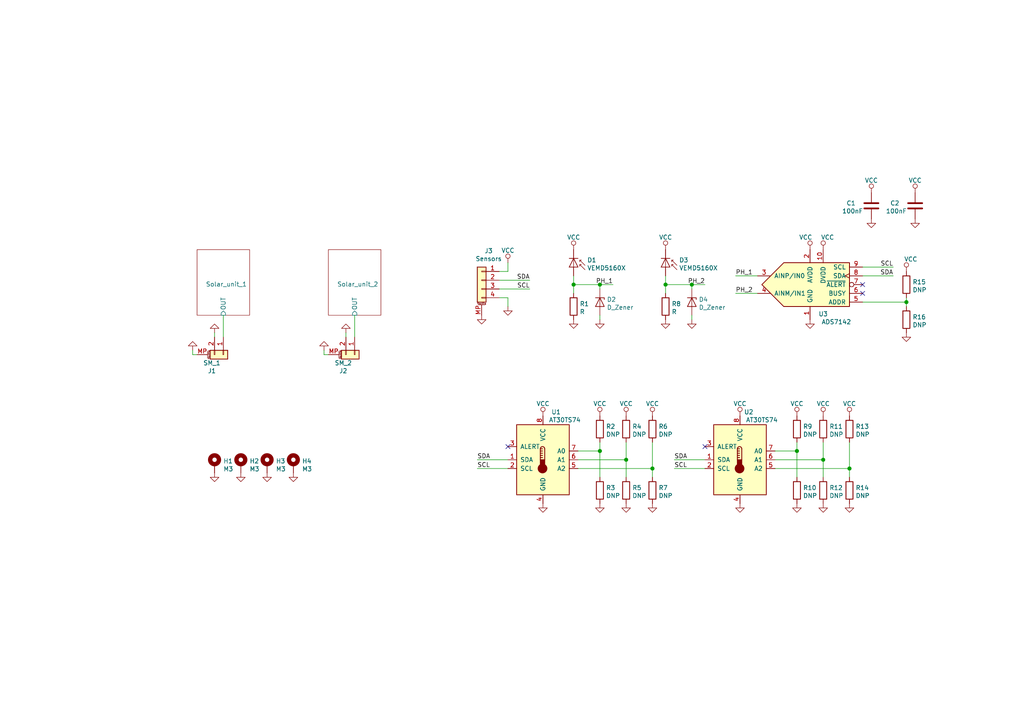
<source format=kicad_sch>
(kicad_sch (version 20211123) (generator eeschema)
  (paper "A4")
  (title_block (title "BUCube - Solar module XY") (date "2022-01-20") (rev "v1.0") (company "VUT") (comment 1 "Author: Petr Malaník"))
  (lib_symbols
    (symbol "Connector_Generic_MountingPin:Conn_01x02_MountingPin" (pin_names (offset 1.016) hide)
      (property "Reference" "J" (at 0 2.54 0))
      (property "Value" "Conn_01x02_MountingPin" (at 1.27 -5.08 0))
      (symbol "Conn_01x02_MountingPin_1_1"
        (rectangle (start -1.27 -2.413) (end 0 -2.667) (stroke (width 0.1524)))
        (rectangle (start -1.27 0.127) (end 0 -0.127) (stroke (width 0.1524)))
        (rectangle (start -1.27 1.27) (end 1.27 -3.81) (stroke (width 0.254)) (fill (type background)))
        (polyline (pts (xy -1.016 -4.572) (xy 1.016 -4.572)) (stroke (width 0.1524)))
        (text "Mounting" (at 0 -4.191 0) (effects (font (size 0.381 0.381))))
        (pin passive line (at -5.08 0 0) (length 3.81) (name "Pin_1") (number "1"))
        (pin passive line (at -5.08 -2.54 0) (length 3.81) (name "Pin_2") (number "2"))
        (pin passive line (at 0 -7.62 90) (length 3.048) (name "MountPin") (number "MP"))
      )
    )
    (symbol "Connector_Generic_MountingPin:Conn_01x04_MountingPin" (pin_names (offset 1.016) hide)
      (property "Reference" "J" (at 0 5.08 0))
      (property "Value" "Conn_01x04_MountingPin" (at 1.27 -7.62 0))
      (symbol "Conn_01x04_MountingPin_1_1"
        (rectangle (start -1.27 -4.953) (end 0 -5.207) (stroke (width 0.1524)))
        (rectangle (start -1.27 -2.413) (end 0 -2.667) (stroke (width 0.1524)))
        (rectangle (start -1.27 0.127) (end 0 -0.127) (stroke (width 0.1524)))
        (rectangle (start -1.27 2.667) (end 0 2.413) (stroke (width 0.1524)))
        (rectangle (start -1.27 3.81) (end 1.27 -6.35) (stroke (width 0.254)) (fill (type background)))
        (polyline (pts (xy -1.016 -7.112) (xy 1.016 -7.112)) (stroke (width 0.1524)))
        (text "Mounting" (at 0 -6.731 0) (effects (font (size 0.381 0.381))))
        (pin passive line (at -5.08 2.54 0) (length 3.81) (name "Pin_1") (number "1"))
        (pin passive line (at -5.08 0 0) (length 3.81) (name "Pin_2") (number "2"))
        (pin passive line (at -5.08 -2.54 0) (length 3.81) (name "Pin_3") (number "3"))
        (pin passive line (at -5.08 -5.08 0) (length 3.81) (name "Pin_4") (number "4"))
        (pin passive line (at 0 -10.16 90) (length 3.048) (name "MountPin") (number "MP"))
      )
    )
    (symbol "Device:C" (pin_numbers hide) (pin_names (offset 0.254))
      (property "Reference" "C" (at 0.635 2.54 0))
      (property "Value" "C" (at 0.635 -2.54 0))
      (symbol "C_0_1"
        (polyline (pts (xy -2.032 -0.762) (xy 2.032 -0.762)) (stroke (width 0.508)))
        (polyline (pts (xy -2.032 0.762) (xy 2.032 0.762)) (stroke (width 0.508)))
      )
      (symbol "C_1_1"
        (pin passive line (at 0 3.81 270) (length 2.794) (name "~") (number "1"))
        (pin passive line (at 0 -3.81 90) (length 2.794) (name "~") (number "2"))
      )
    )
    (symbol "Device:D_Photo" (pin_numbers hide) (pin_names hide)
      (property "Reference" "D" (at 0.508 1.778 0))
      (property "Value" "D_Photo" (at -1.016 -2.794 0))
      (symbol "D_Photo_0_1"
        (polyline (pts (xy -2.54 1.27) (xy -2.54 -1.27)) (stroke (width 0.2032)))
        (polyline (pts (xy -2.032 1.778) (xy -1.524 1.778)))
        (polyline (pts (xy 0 0) (xy -2.54 0)))
        (polyline (pts (xy -0.508 3.302) (xy -2.032 1.778) (xy -2.032 2.286)))
        (polyline (pts (xy 0 -1.27) (xy 0 1.27) (xy -2.54 0) (xy 0 -1.27)) (stroke (width 0.2032)))
        (polyline (pts (xy 0.762 3.302) (xy -0.762 1.778) (xy -0.762 2.286) (xy -0.762 1.778) (xy -0.254 1.778)))
      )
      (symbol "D_Photo_1_1"
        (pin passive line (at -5.08 0 0) (length 2.54) (name "K") (number "1"))
        (pin passive line (at 2.54 0 180) (length 2.54) (name "A") (number "2"))
      )
    )
    (symbol "Device:D_Zener" (pin_numbers hide) (pin_names (offset 1.016) hide)
      (property "Reference" "D" (at 0 2.54 0))
      (property "Value" "D_Zener" (at 0 -2.54 0))
      (symbol "D_Zener_0_1"
        (polyline (pts (xy 1.27 0) (xy -1.27 0)))
        (polyline (pts (xy -1.27 -1.27) (xy -1.27 1.27) (xy -0.762 1.27)) (stroke (width 0.2032)))
        (polyline (pts (xy 1.27 -1.27) (xy 1.27 1.27) (xy -1.27 0) (xy 1.27 -1.27)) (stroke (width 0.2032)))
      )
      (symbol "D_Zener_1_1"
        (pin passive line (at -3.81 0 0) (length 2.54) (name "K") (number "1"))
        (pin passive line (at 3.81 0 180) (length 2.54) (name "A") (number "2"))
      )
    )
    (symbol "Device:R" (pin_numbers hide) (pin_names (offset 0))
      (property "Reference" "R" (at 2.032 0 90))
      (property "Value" "R" (at 0 0 90))
      (symbol "R_0_1"
        (rectangle (start -1.016 -2.54) (end 1.016 2.54) (stroke (width 0.254)))
      )
      (symbol "R_1_1"
        (pin passive line (at 0 3.81 270) (length 1.27) (name "~") (number "1"))
        (pin passive line (at 0 -3.81 90) (length 1.27) (name "~") (number "2"))
      )
    )
    (symbol "Mechanical:MountingHole_Pad" (pin_numbers hide) (pin_names (offset 1.016) hide)
      (property "Reference" "H" (at 0 6.35 0))
      (property "Value" "MountingHole_Pad" (at 0 4.445 0))
      (symbol "MountingHole_Pad_0_1"
        (circle (center 0 1.27) (radius 1.27) (stroke (width 1.27)))
      )
      (symbol "MountingHole_Pad_1_1"
        (pin input line (at 0 -2.54 90) (length 2.54) (name "1") (number "1"))
      )
    )
    (symbol "TCY_IC:ADS7142" (pin_names (offset 1.016))
      (property "Reference" "U" (at -7.62 -7.62 0))
      (property "Value" "ADS7142" (at 3.81 -7.62 0))
      (symbol "ADS7142_0_1"
        (polyline (pts (xy -13.97 0) (xy -7.62 6.35) (xy 11.43 6.35) (xy 11.43 -6.35) (xy -7.62 -6.35) (xy -13.97 0)) (stroke (width 0.254)) (fill (type background)))
      )
      (symbol "ADS7142_1_1"
        (pin power_in line (at 0 -10.16 90) (length 3.81) (name "GND") (number "1"))
        (pin power_in line (at 3.81 10.16 270) (length 3.81) (name "DVDD") (number "10"))
        (pin power_in line (at 0 -10.16 90) (length 3.81) hide (name "GND") (number "11"))
        (pin power_in line (at 0 10.16 270) (length 3.81) (name "AVDD") (number "2"))
        (pin input line (at -15.24 2.54 0) (length 3.81) (name "AINP/IN0") (number "3"))
        (pin input line (at -15.24 -2.54 0) (length 3.81) (name "AINM/IN1") (number "4"))
        (pin input line (at 15.24 -5.08 180) (length 3.81) (name "ADDR") (number "5"))
        (pin output line (at 15.24 -2.54 180) (length 3.81) (name "BUSY") (number "6"))
        (pin output inverted (at 15.24 0 180) (length 3.81) (name "~{ALERT}") (number "7"))
        (pin input clock (at 15.24 2.54 180) (length 3.81) (name "SDA") (number "8"))
        (pin output line (at 15.24 5.08 180) (length 3.81) (name "SCL") (number "9"))
      )
    )
    (symbol "TCY_sensors:AT30TS74" (pin_names (offset 1.016))
      (property "Reference" "U" (at -6.35 11.43 0))
      (property "Value" "AT30TS74" (at 0 11.43 0))
      (symbol "AT30TS74_0_1"
        (rectangle (start -7.62 10.16) (end 7.62 -10.16) (stroke (width 0.254)) (fill (type background)))
        (circle (center -0.127 -2.54) (radius 1.27) (stroke (width 0.254)) (fill (type outline)))
        (polyline (pts (xy -0.762 0.635) (xy -0.127 0.635)) (stroke (width 0.254)))
        (polyline (pts (xy -0.762 1.27) (xy -0.127 1.27)) (stroke (width 0.254)))
        (polyline (pts (xy -0.762 1.905) (xy -0.127 1.905)) (stroke (width 0.254)))
        (polyline (pts (xy -0.762 2.54) (xy -0.127 2.54)) (stroke (width 0.254)))
        (polyline (pts (xy -0.762 3.175) (xy -0.762 0)) (stroke (width 0.254)))
        (polyline (pts (xy -0.762 3.175) (xy -0.127 3.175)) (stroke (width 0.254)))
        (polyline (pts (xy 0.508 3.175) (xy 0.508 0)) (stroke (width 0.254)))
        (rectangle (start 0.508 -1.905) (end -0.762 0) (stroke (width 0.254)) (fill (type outline)))
        (arc (start 0.508 3.175) (mid -0.127 3.81) (end -0.762 3.175) (stroke (width 0.254)))
      )
      (symbol "AT30TS74_1_1"
        (pin bidirectional line (at -10.16 0 0) (length 2.54) (name "SDA") (number "1"))
        (pin input line (at -10.16 -2.54 0) (length 2.54) (name "SCL") (number "2"))
        (pin open_collector line (at -10.16 3.81 0) (length 2.54) (name "ALERT") (number "3"))
        (pin power_in line (at 0 -12.7 90) (length 2.54) (name "GND") (number "4"))
        (pin input line (at 10.16 -2.54 180) (length 2.54) (name "A2") (number "5"))
        (pin input line (at 10.16 0 180) (length 2.54) (name "A1") (number "6"))
        (pin input line (at 10.16 2.54 180) (length 2.54) (name "A0") (number "7"))
        (pin power_in line (at 0 12.7 270) (length 2.54) (name "VCC") (number "8"))
        (pin power_in line (at 0 -12.7 90) (length 2.54) hide (name "GND") (number "9"))
      )
    )
    (symbol "TCY_sensors:AT30TS74_1" (pin_names (offset 1.016))
      (property "Reference" "U" (at -6.35 11.43 0))
      (property "Value" "AT30TS74" (at 0 11.43 0))
      (symbol "AT30TS74_1_0_1"
        (rectangle (start -7.62 10.16) (end 7.62 -10.16) (stroke (width 0.254)) (fill (type background)))
        (circle (center -0.127 -2.54) (radius 1.27) (stroke (width 0.254)) (fill (type outline)))
        (polyline (pts (xy -0.762 0.635) (xy -0.127 0.635)) (stroke (width 0.254)))
        (polyline (pts (xy -0.762 1.27) (xy -0.127 1.27)) (stroke (width 0.254)))
        (polyline (pts (xy -0.762 1.905) (xy -0.127 1.905)) (stroke (width 0.254)))
        (polyline (pts (xy -0.762 2.54) (xy -0.127 2.54)) (stroke (width 0.254)))
        (polyline (pts (xy -0.762 3.175) (xy -0.762 0)) (stroke (width 0.254)))
        (polyline (pts (xy -0.762 3.175) (xy -0.127 3.175)) (stroke (width 0.254)))
        (polyline (pts (xy 0.508 3.175) (xy 0.508 0)) (stroke (width 0.254)))
        (rectangle (start 0.508 -1.905) (end -0.762 0) (stroke (width 0.254)) (fill (type outline)))
        (arc (start 0.508 3.175) (mid -0.127 3.81) (end -0.762 3.175) (stroke (width 0.254)))
      )
      (symbol "AT30TS74_1_1_1"
        (pin bidirectional line (at -10.16 0 0) (length 2.54) (name "SDA") (number "1"))
        (pin input line (at -10.16 -2.54 0) (length 2.54) (name "SCL") (number "2"))
        (pin open_collector line (at -10.16 3.81 0) (length 2.54) (name "ALERT") (number "3"))
        (pin power_in line (at 0 -12.7 90) (length 2.54) (name "GND") (number "4"))
        (pin input line (at 10.16 -2.54 180) (length 2.54) (name "A2") (number "5"))
        (pin input line (at 10.16 0 180) (length 2.54) (name "A1") (number "6"))
        (pin input line (at 10.16 2.54 180) (length 2.54) (name "A0") (number "7"))
        (pin power_in line (at 0 12.7 270) (length 2.54) (name "VCC") (number "8"))
        (pin power_in line (at 0 -12.7 90) (length 2.54) hide (name "GND") (number "9"))
      )
    )
    (symbol "power:GND" (power) (pin_names (offset 0))
      (property "Value" "GND" (at 0 -3.81 0))
      (symbol "GND_0_1"
        (polyline (pts (xy 0 0) (xy 0 -1.27) (xy 1.27 -1.27) (xy 0 -2.54) (xy -1.27 -1.27) (xy 0 -1.27)))
      )
      (symbol "GND_1_1"
        (pin power_in line (at 0 0 270) (length 0) hide (name "GND") (number "1"))
      )
    )
    (symbol "power:VCC" (power) (pin_names (offset 0))
      (property "Value" "VCC" (at 0 3.81 0))
      (symbol "VCC_0_1"
        (polyline (pts (xy 0 0) (xy 0 1.27)))
        (circle (center 0 1.905) (radius 0.635))
      )
      (symbol "VCC_1_1"
        (pin power_in line (at 0 0 90) (length 0) hide (name "VCC") (number "1"))
      )
    )
  )
  (junction (at 238.76 133.35) (diameter 1.016))
  (junction (at 173.99 130.81) (diameter 1.016))
  (junction (at 181.61 133.35) (diameter 1.016))
  (junction (at 262.89 87.63) (diameter 1.016))
  (junction (at 231.14 130.81) (diameter 1.016))
  (junction (at 166.37 82.55) (diameter 1.016))
  (junction (at 246.38 135.89) (diameter 1.016))
  (junction (at 200.66 82.55) (diameter 1.016))
  (junction (at 173.99 82.55) (diameter 1.016))
  (junction (at 189.23 135.89) (diameter 1.016))
  (junction (at 193.04 82.55) (diameter 1.016))
  (no_connect (at 250.19 82.55))
  (no_connect (at 250.19 85.09))
  (no_connect (at 147.32 129.54))
  (no_connect (at 204.47 129.54))
  (wire (pts (xy 238.76 133.35) (xy 238.76 138.43)))
  (wire (pts (xy 204.47 133.35) (xy 195.58 133.35)))
  (wire (pts (xy 100.33 97.79) (xy 100.33 96.52)))
  (wire (pts (xy 167.64 135.89) (xy 189.23 135.89)))
  (wire (pts (xy 102.87 97.79) (xy 102.87 91.44)))
  (wire (pts (xy 173.99 82.55) (xy 173.99 83.82)))
  (wire (pts (xy 213.36 80.01) (xy 219.71 80.01)))
  (wire (pts (xy 231.14 130.81) (xy 231.14 138.43)))
  (wire (pts (xy 262.89 87.63) (xy 262.89 88.9)))
  (wire (pts (xy 144.78 81.28) (xy 153.67 81.28)))
  (wire (pts (xy 147.32 135.89) (xy 138.43 135.89)))
  (wire (pts (xy 93.98 102.87) (xy 93.98 101.6)))
  (wire (pts (xy 213.36 85.09) (xy 219.71 85.09)))
  (wire (pts (xy 62.23 97.79) (xy 62.23 96.52)))
  (wire (pts (xy 181.61 128.27) (xy 181.61 133.35)))
  (wire (pts (xy 181.61 133.35) (xy 181.61 138.43)))
  (wire (pts (xy 144.78 83.82) (xy 153.67 83.82)))
  (wire (pts (xy 246.38 128.27) (xy 246.38 135.89)))
  (wire (pts (xy 173.99 128.27) (xy 173.99 130.81)))
  (wire (pts (xy 173.99 130.81) (xy 173.99 138.43)))
  (wire (pts (xy 55.88 102.87) (xy 55.88 101.6)))
  (wire (pts (xy 57.15 102.87) (xy 55.88 102.87)))
  (wire (pts (xy 238.76 128.27) (xy 238.76 133.35)))
  (wire (pts (xy 200.66 82.55) (xy 204.47 82.55)))
  (wire (pts (xy 246.38 135.89) (xy 246.38 138.43)))
  (wire (pts (xy 250.19 77.47) (xy 259.08 77.47)))
  (wire (pts (xy 193.04 82.55) (xy 200.66 82.55)))
  (wire (pts (xy 250.19 87.63) (xy 262.89 87.63)))
  (wire (pts (xy 262.89 86.36) (xy 262.89 87.63)))
  (wire (pts (xy 166.37 80.01) (xy 166.37 82.55)))
  (wire (pts (xy 166.37 82.55) (xy 166.37 85.09)))
  (wire (pts (xy 166.37 82.55) (xy 173.99 82.55)))
  (wire (pts (xy 173.99 82.55) (xy 177.8 82.55)))
  (wire (pts (xy 200.66 82.55) (xy 200.66 83.82)))
  (wire (pts (xy 144.78 86.36) (xy 147.32 86.36)))
  (wire (pts (xy 147.32 86.36) (xy 147.32 88.9)))
  (wire (pts (xy 200.66 91.44) (xy 200.66 92.71)))
  (wire (pts (xy 189.23 128.27) (xy 189.23 135.89)))
  (wire (pts (xy 189.23 135.89) (xy 189.23 138.43)))
  (wire (pts (xy 224.79 133.35) (xy 238.76 133.35)))
  (wire (pts (xy 95.25 102.87) (xy 93.98 102.87)))
  (wire (pts (xy 167.64 130.81) (xy 173.99 130.81)))
  (wire (pts (xy 147.32 133.35) (xy 138.43 133.35)))
  (wire (pts (xy 224.79 135.89) (xy 246.38 135.89)))
  (wire (pts (xy 224.79 130.81) (xy 231.14 130.81)))
  (wire (pts (xy 64.77 97.79) (xy 64.77 91.44)))
  (wire (pts (xy 204.47 135.89) (xy 195.58 135.89)))
  (wire (pts (xy 144.78 78.74) (xy 147.32 78.74)))
  (wire (pts (xy 147.32 78.74) (xy 147.32 76.2)))
  (wire (pts (xy 167.64 133.35) (xy 181.61 133.35)))
  (wire (pts (xy 231.14 128.27) (xy 231.14 130.81)))
  (wire (pts (xy 250.19 80.01) (xy 259.08 80.01)))
  (wire (pts (xy 173.99 91.44) (xy 173.99 92.71)))
  (wire (pts (xy 193.04 80.01) (xy 193.04 82.55)))
  (wire (pts (xy 193.04 82.55) (xy 193.04 85.09)))
  (label "PH_1" (at 177.8 82.55 180))
  (label "PH_1" (at 213.36 80.01 0))
  (label "SCL" (at 138.43 135.89 0))
  (label "PH_2" (at 204.47 82.55 180))
  (label "SDA" (at 138.43 133.35 0))
  (label "SDA" (at 153.67 81.28 180))
  (label "SDA" (at 259.08 80.01 180))
  (label "SCL" (at 259.08 77.47 180))
  (label "PH_2" (at 213.36 85.09 0))
  (label "SCL" (at 195.58 135.89 0))
  (label "SCL" (at 153.67 83.82 180))
  (label "SDA" (at 195.58 133.35 0))
  (symbol (lib_id "Device:R") (at 231.14 124.46 0) (unit 1)
    (property "Reference" "R9" (at 232.9181 123.6991 0) (effects (justify left)))
    (property "Value" "DNP" (at 232.9181 125.9978 0) (effects (justify left)))
    (property "Footprint" "TCY_passives:R_0603_1608Metric" (effects hide))
  )
  (symbol (lib_id "power:GND") (at 173.99 92.71 0) (unit 1)
    (property "Reference" "#PWR016" (effects hide))
    (property "Value" "GND" (effects hide))
  )
  (symbol (lib_id "Device:D_Photo") (at 166.37 77.47 270) (unit 1)
    (property "Reference" "D1" (at 170.3071 75.4391 90) (effects (justify left)))
    (property "Value" "VEMD5160X" (at 170.3071 77.7378 90) (effects (justify left)))
    (property "Footprint" "TCY_smd_leds:VEMD5160X" (effects hide))
  )
  (symbol (lib_id "power:VCC") (at 262.89 78.74 0) (unit 1)
    (property "Reference" "#PWR039" (effects hide))
    (property "Value" "VCC" (at 264.16 75.1926 0))
  )
  (symbol (lib_id "Device:C") (at 252.73 59.69 0) (unit 1)
    (property "Reference" "C1" (at 245.4911 58.9291 0) (effects (justify left)))
    (property "Value" "100nF" (at 244.2211 61.2278 0) (effects (justify left)))
    (property "Footprint" "TCY_passives:C_0603_1608Metric" (effects hide))
  )
  (symbol (lib_id "Device:R") (at 238.76 142.24 0) (unit 1)
    (property "Reference" "R12" (at 240.5381 141.4791 0) (effects (justify left)))
    (property "Value" "DNP" (at 240.5381 143.7778 0) (effects (justify left)))
    (property "Footprint" "TCY_passives:R_0603_1608Metric" (effects hide))
  )
  (symbol (lib_id "power:VCC") (at 265.43 55.88 0) (unit 1)
    (property "Reference" "#PWR041" (effects hide))
    (property "Value" "VCC" (at 265.43 52.3326 0))
  )
  (symbol (lib_id "power:VCC") (at 246.38 120.65 0) (unit 1)
    (property "Reference" "#PWR035" (effects hide))
    (property "Value" "VCC" (at 246.38 117.1026 0))
  )
  (symbol (lib_id "power:GND") (at 157.48 146.05 0) (unit 1)
    (property "Reference" "#PWR013" (effects hide))
    (property "Value" "GND" (effects hide))
  )
  (symbol (lib_id "power:VCC") (at 231.14 120.65 0) (unit 1)
    (property "Reference" "#PWR028" (effects hide))
    (property "Value" "VCC" (at 231.14 117.1026 0))
  )
  (symbol (lib_id "power:VCC") (at 234.95 72.39 0) (unit 1)
    (property "Reference" "#PWR030" (effects hide))
    (property "Value" "VCC" (at 233.68 68.8426 0))
  )
  (symbol (lib_id "power:GND") (at 166.37 92.71 0) (unit 1)
    (property "Reference" "#PWR015" (effects hide))
    (property "Value" "GND" (effects hide))
  )
  (symbol (lib_id "Connector_Generic_MountingPin:Conn_01x02_MountingPin") (at 102.87 102.87 270) (unit 1)
    (property "Reference" "J2" (at 99.568 107.5732 90))
    (property "Value" "SM_2" (at 99.568 105.2745 90))
    (property "Footprint" "TCY_connectors:Amphenol_10114830-11102LF_1x02_P1.25mm_Horizontal" (effects hide))
  )
  (symbol (lib_id "power:VCC") (at 166.37 72.39 0) (unit 1)
    (property "Reference" "#PWR014" (effects hide))
    (property "Value" "VCC" (at 166.37 68.8426 0))
  )
  (symbol (lib_id "power:GND") (at 62.23 96.52 180) (unit 1)
    (property "Reference" "#PWR02" (effects hide))
    (property "Value" "GND" (effects hide))
  )
  (symbol (lib_id "power:VCC") (at 252.73 55.88 0) (unit 1)
    (property "Reference" "#PWR037" (effects hide))
    (property "Value" "VCC" (at 252.73 52.3326 0))
  )
  (symbol (lib_id "power:VCC") (at 238.76 120.65 0) (unit 1)
    (property "Reference" "#PWR033" (effects hide))
    (property "Value" "VCC" (at 238.76 117.1026 0))
  )
  (symbol (lib_id "power:GND") (at 231.14 146.05 0) (unit 1)
    (property "Reference" "#PWR029" (effects hide))
    (property "Value" "GND" (effects hide))
  )
  (symbol (lib_id "power:GND") (at 69.85 137.16 0) (unit 1)
    (property "Reference" "#PWR04" (effects hide))
    (property "Value" "GND" (effects hide))
  )
  (symbol (lib_id "power:GND") (at 262.89 96.52 0) (unit 1)
    (property "Reference" "#PWR040" (effects hide))
    (property "Value" "GND" (effects hide))
  )
  (symbol (lib_id "Device:R") (at 246.38 124.46 0) (unit 1)
    (property "Reference" "R13" (at 248.1581 123.6991 0) (effects (justify left)))
    (property "Value" "DNP" (at 248.1581 125.9978 0) (effects (justify left)))
    (property "Footprint" "TCY_passives:R_0603_1608Metric" (effects hide))
  )
  (symbol (lib_id "Mechanical:MountingHole_Pad") (at 62.23 134.62 0) (unit 1)
    (property "Reference" "H1" (at 64.7701 133.7321 0) (effects (justify left)))
    (property "Value" "M3" (at 64.7701 136.0308 0) (effects (justify left)))
    (property "Footprint" "MountingHole:MountingHole_3.2mm_M3_Pad_Via" (effects hide))
  )
  (symbol (lib_id "power:VCC") (at 214.63 120.65 0) (unit 1)
    (property "Reference" "#PWR026" (effects hide))
    (property "Value" "VCC" (at 214.63 117.1026 0))
  )
  (symbol (lib_id "power:GND") (at 189.23 146.05 0) (unit 1)
    (property "Reference" "#PWR022" (effects hide))
    (property "Value" "GND" (effects hide))
  )
  (symbol (lib_id "power:GND") (at 173.99 146.05 0) (unit 1)
    (property "Reference" "#PWR018" (effects hide))
    (property "Value" "GND" (effects hide))
  )
  (symbol (lib_id "power:GND") (at 252.73 63.5 0) (unit 1)
    (property "Reference" "#PWR038" (effects hide))
    (property "Value" "GND" (effects hide))
  )
  (symbol (lib_id "Device:R") (at 166.37 88.9 0) (unit 1)
    (property "Reference" "R1" (at 168.1481 88.1391 0) (effects (justify left)))
    (property "Value" "R" (at 168.1481 90.4378 0) (effects (justify left)))
    (property "Footprint" "Resistor_SMD:R_0603_1608Metric" (effects hide))
  )
  (symbol (lib_id "power:VCC") (at 157.48 120.65 0) (unit 1)
    (property "Reference" "#PWR012" (effects hide))
    (property "Value" "VCC" (at 157.48 117.1026 0))
  )
  (symbol (lib_id "Device:C") (at 265.43 59.69 0) (unit 1)
    (property "Reference" "C2" (at 258.1911 58.9291 0) (effects (justify left)))
    (property "Value" "100nF" (at 256.9211 61.2278 0) (effects (justify left)))
    (property "Footprint" "TCY_passives:C_0603_1608Metric" (effects hide))
  )
  (symbol (lib_id "power:GND") (at 200.66 92.71 0) (unit 1)
    (property "Reference" "#PWR025" (effects hide))
    (property "Value" "GND" (effects hide))
  )
  (symbol (lib_id "Connector_Generic_MountingPin:Conn_01x02_MountingPin") (at 64.77 102.87 270) (unit 1)
    (property "Reference" "J1" (at 61.468 107.5732 90))
    (property "Value" "SM_1" (at 61.468 105.2745 90))
    (property "Footprint" "TCY_connectors:Amphenol_10114830-11102LF_1x02_P1.25mm_Horizontal" (effects hide))
  )
  (symbol (lib_id "power:GND") (at 214.63 146.05 0) (unit 1)
    (property "Reference" "#PWR027" (effects hide))
    (property "Value" "GND" (effects hide))
  )
  (symbol (lib_id "Device:R") (at 246.38 142.24 0) (unit 1)
    (property "Reference" "R14" (at 248.1581 141.4791 0) (effects (justify left)))
    (property "Value" "DNP" (at 248.1581 143.7778 0) (effects (justify left)))
    (property "Footprint" "TCY_passives:R_0603_1608Metric" (effects hide))
  )
  (symbol (lib_id "power:GND") (at 193.04 92.71 0) (unit 1)
    (property "Reference" "#PWR024" (effects hide))
    (property "Value" "GND" (effects hide))
  )
  (symbol (lib_id "Device:R") (at 193.04 88.9 0) (unit 1)
    (property "Reference" "R8" (at 194.8181 88.1391 0) (effects (justify left)))
    (property "Value" "R" (at 194.8181 90.4378 0) (effects (justify left)))
    (property "Footprint" "Resistor_SMD:R_0603_1608Metric" (effects hide))
  )
  (symbol (lib_id "power:GND") (at 181.61 146.05 0) (unit 1)
    (property "Reference" "#PWR020" (effects hide))
    (property "Value" "GND" (effects hide))
  )
  (symbol (lib_id "Device:R") (at 181.61 142.24 0) (unit 1)
    (property "Reference" "R5" (at 183.3881 141.4791 0) (effects (justify left)))
    (property "Value" "DNP" (at 183.3881 143.7778 0) (effects (justify left)))
    (property "Footprint" "TCY_passives:R_0603_1608Metric" (effects hide))
  )
  (symbol (lib_id "Device:R") (at 262.89 82.55 0) (unit 1)
    (property "Reference" "R15" (at 264.6681 81.7891 0) (effects (justify left)))
    (property "Value" "DNP" (at 264.6681 84.0878 0) (effects (justify left)))
    (property "Footprint" "TCY_passives:R_0603_1608Metric" (effects hide))
  )
  (symbol (lib_id "power:VCC") (at 147.32 76.2 0) (unit 1)
    (property "Reference" "#PWR010" (effects hide))
    (property "Value" "VCC" (at 147.32 72.6526 0))
  )
  (symbol (lib_id "power:VCC") (at 238.76 72.39 0) (unit 1)
    (property "Reference" "#PWR032" (effects hide))
    (property "Value" "VCC" (at 240.03 68.8426 0))
  )
  (symbol (lib_id "Mechanical:MountingHole_Pad") (at 85.09 134.62 0) (unit 1)
    (property "Reference" "H4" (at 87.6301 133.7321 0) (effects (justify left)))
    (property "Value" "M3" (at 87.6301 136.0308 0) (effects (justify left)))
    (property "Footprint" "MountingHole:MountingHole_3.2mm_M3_Pad_Via" (effects hide))
  )
  (symbol (lib_id "power:GND") (at 246.38 146.05 0) (unit 1)
    (property "Reference" "#PWR036" (effects hide))
    (property "Value" "GND" (effects hide))
  )
  (symbol (lib_id "Connector_Generic_MountingPin:Conn_01x04_MountingPin") (at 139.7 81.28 0) (mirror y) (unit 1)
    (property "Reference" "J3" (at 141.732 72.7668 0))
    (property "Value" "Sensors" (at 141.732 75.0655 0))
    (property "Footprint" "TCY_connectors:Amphenol_10114830-11103LF_1x04_P1.25mm_Horizontal" (effects hide))
  )
  (symbol (lib_id "Device:D_Zener") (at 173.99 87.63 270) (unit 1)
    (property "Reference" "D2" (at 175.9967 86.8691 90) (effects (justify left)))
    (property "Value" "D_Zener" (at 175.9967 89.1678 90) (effects (justify left)))
    (property "Footprint" "Diode_SMD:D_SOD-323F" (effects hide))
  )
  (symbol (lib_id "TCY_sensors:AT30TS74") (at 157.48 133.35 0) (unit 1)
    (property "Reference" "U1" (at 161.29 119.5028 0))
    (property "Value" "AT30TS74" (at 163.83 121.8015 0))
    (property "Footprint" "Package_DFN_QFN:DFN-8-1EP_3x2mm_P0.5mm_EP1.3x1.5mm" (effects hide))
    (property "Datasheet" "http://ww1.microchip.com/downloads/en/DeviceDoc/Web_AT30TS74_0217.pdf" (effects hide))
  )
  (symbol (lib_id "power:GND") (at 93.98 101.6 180) (unit 1)
    (property "Reference" "#PWR07" (effects hide))
    (property "Value" "GND" (effects hide))
  )
  (symbol (lib_id "Device:D_Zener") (at 200.66 87.63 270) (unit 1)
    (property "Reference" "D4" (at 202.6667 86.8691 90) (effects (justify left)))
    (property "Value" "D_Zener" (at 202.6667 89.1678 90) (effects (justify left)))
    (property "Footprint" "Diode_SMD:D_SOD-323F" (effects hide))
  )
  (symbol (lib_id "power:GND") (at 55.88 101.6 180) (unit 1)
    (property "Reference" "#PWR01" (effects hide))
    (property "Value" "GND" (effects hide))
  )
  (symbol (lib_id "power:GND") (at 265.43 63.5 0) (unit 1)
    (property "Reference" "#PWR042" (effects hide))
    (property "Value" "GND" (effects hide))
  )
  (symbol (lib_name "TCY_sensors:AT30TS74_1") (lib_id "TCY_sensors:AT30TS74") (at 214.63 133.35 0) (unit 1)
    (property "Reference" "U2" (at 217.17 119.5028 0))
    (property "Value" "AT30TS74" (at 220.98 121.8015 0))
    (property "Footprint" "Package_DFN_QFN:DFN-8-1EP_3x2mm_P0.5mm_EP1.3x1.5mm" (effects hide))
    (property "Datasheet" "http://ww1.microchip.com/downloads/en/DeviceDoc/Web_AT30TS74_0217.pdf" (effects hide))
  )
  (symbol (lib_id "power:GND") (at 85.09 137.16 0) (unit 1)
    (property "Reference" "#PWR06" (effects hide))
    (property "Value" "GND" (effects hide))
  )
  (symbol (lib_id "power:GND") (at 62.23 137.16 0) (unit 1)
    (property "Reference" "#PWR03" (effects hide))
    (property "Value" "GND" (effects hide))
  )
  (symbol (lib_id "Device:R") (at 238.76 124.46 0) (unit 1)
    (property "Reference" "R11" (at 240.5381 123.6991 0) (effects (justify left)))
    (property "Value" "DNP" (at 240.5381 125.9978 0) (effects (justify left)))
    (property "Footprint" "TCY_passives:R_0603_1608Metric" (effects hide))
  )
  (symbol (lib_id "Device:R") (at 189.23 124.46 0) (unit 1)
    (property "Reference" "R6" (at 191.0081 123.6991 0) (effects (justify left)))
    (property "Value" "DNP" (at 191.0081 125.9978 0) (effects (justify left)))
    (property "Footprint" "TCY_passives:R_0603_1608Metric" (effects hide))
  )
  (symbol (lib_id "power:GND") (at 238.76 146.05 0) (unit 1)
    (property "Reference" "#PWR034" (effects hide))
    (property "Value" "GND" (effects hide))
  )
  (symbol (lib_id "power:GND") (at 147.32 88.9 0) (unit 1)
    (property "Reference" "#PWR011" (effects hide))
    (property "Value" "GND" (effects hide))
  )
  (symbol (lib_id "power:GND") (at 77.47 137.16 0) (unit 1)
    (property "Reference" "#PWR05" (effects hide))
    (property "Value" "GND" (effects hide))
  )
  (symbol (lib_id "power:VCC") (at 181.61 120.65 0) (unit 1)
    (property "Reference" "#PWR019" (effects hide))
    (property "Value" "VCC" (at 181.61 117.1026 0))
  )
  (symbol (lib_id "power:VCC") (at 173.99 120.65 0) (unit 1)
    (property "Reference" "#PWR017" (effects hide))
    (property "Value" "VCC" (at 173.99 117.1026 0))
  )
  (symbol (lib_id "Device:R") (at 173.99 142.24 0) (unit 1)
    (property "Reference" "R3" (at 175.7681 141.4791 0) (effects (justify left)))
    (property "Value" "DNP" (at 175.7681 143.7778 0) (effects (justify left)))
    (property "Footprint" "TCY_passives:R_0603_1608Metric" (effects hide))
  )
  (symbol (lib_id "Device:R") (at 262.89 92.71 0) (unit 1)
    (property "Reference" "R16" (at 264.6681 91.9491 0) (effects (justify left)))
    (property "Value" "DNP" (at 264.6681 94.2478 0) (effects (justify left)))
    (property "Footprint" "TCY_passives:R_0603_1608Metric" (effects hide))
  )
  (symbol (lib_id "TCY_IC:ADS7142") (at 234.95 82.55 0) (unit 1)
    (property "Reference" "U3" (at 238.76 91.0654 0))
    (property "Value" "ADS7142" (at 242.57 93.3641 0))
    (property "Footprint" "Package_DFN_QFN:DFN-10-1EP_2x3mm_P0.5mm_EP0.64x2.4mm" (effects hide))
    (property "Datasheet" "https://www.ti.com/lit/ds/symlink/ads7142-q1.pdf" (effects hide))
  )
  (symbol (lib_id "Mechanical:MountingHole_Pad") (at 69.85 134.62 0) (unit 1)
    (property "Reference" "H2" (at 72.3901 133.7321 0) (effects (justify left)))
    (property "Value" "M3" (at 72.3901 136.0308 0) (effects (justify left)))
    (property "Footprint" "MountingHole:MountingHole_3.2mm_M3_Pad_Via" (effects hide))
  )
  (symbol (lib_id "Device:R") (at 231.14 142.24 0) (unit 1)
    (property "Reference" "R10" (at 232.9181 141.4791 0) (effects (justify left)))
    (property "Value" "DNP" (at 232.9181 143.7778 0) (effects (justify left)))
    (property "Footprint" "TCY_passives:R_0603_1608Metric" (effects hide))
  )
  (symbol (lib_id "Device:R") (at 189.23 142.24 0) (unit 1)
    (property "Reference" "R7" (at 191.0081 141.4791 0) (effects (justify left)))
    (property "Value" "DNP" (at 191.0081 143.7778 0) (effects (justify left)))
    (property "Footprint" "TCY_passives:R_0603_1608Metric" (effects hide))
  )
  (symbol (lib_id "power:GND") (at 139.7 91.44 0) (unit 1)
    (property "Reference" "#PWR09" (effects hide))
    (property "Value" "GND" (effects hide))
  )
  (symbol (lib_id "power:VCC") (at 193.04 72.39 0) (unit 1)
    (property "Reference" "#PWR023" (effects hide))
    (property "Value" "VCC" (at 193.04 68.8426 0))
  )
  (symbol (lib_id "Mechanical:MountingHole_Pad") (at 77.47 134.62 0) (unit 1)
    (property "Reference" "H3" (at 80.0101 133.7321 0) (effects (justify left)))
    (property "Value" "M3" (at 80.0101 136.0308 0) (effects (justify left)))
    (property "Footprint" "MountingHole:MountingHole_3.2mm_M3_Pad_Via" (effects hide))
  )
  (symbol (lib_id "power:GND") (at 100.33 96.52 180) (unit 1)
    (property "Reference" "#PWR08" (effects hide))
    (property "Value" "GND" (effects hide))
  )
  (symbol (lib_id "Device:R") (at 173.99 124.46 0) (unit 1)
    (property "Reference" "R2" (at 175.7681 123.6991 0) (effects (justify left)))
    (property "Value" "DNP" (at 175.7681 125.9978 0) (effects (justify left)))
    (property "Footprint" "TCY_passives:R_0603_1608Metric" (effects hide))
  )
  (symbol (lib_id "Device:D_Photo") (at 193.04 77.47 270) (unit 1)
    (property "Reference" "D3" (at 196.9771 75.4391 90) (effects (justify left)))
    (property "Value" "VEMD5160X" (at 196.9771 77.7378 90) (effects (justify left)))
    (property "Footprint" "TCY_smd_leds:VEMD5160X" (effects hide))
  )
  (symbol (lib_id "Device:R") (at 181.61 124.46 0) (unit 1)
    (property "Reference" "R4" (at 183.3881 123.6991 0) (effects (justify left)))
    (property "Value" "DNP" (at 183.3881 125.9978 0) (effects (justify left)))
    (property "Footprint" "TCY_passives:R_0603_1608Metric" (effects hide))
  )
  (symbol (lib_id "power:GND") (at 234.95 92.71 0) (unit 1)
    (property "Reference" "#PWR031" (effects hide))
    (property "Value" "GND" (effects hide))
  )
  (symbol (lib_id "power:VCC") (at 189.23 120.65 0) (unit 1)
    (property "Reference" "#PWR021" (effects hide))
    (property "Value" "VCC" (at 189.23 117.1026 0))
  )
  (sheet (at 57.15 72.39) (size 15.24 19.05) (stroke (width 0.0006))
    (property "Sheet name" "Solar_unit_1" (at 59.69 83.1843 0) (effects (justify left bottom)))
    (property "Sheet file" "Solar_unit.kicad_sch" (effects hide))
    (pin "OUT" input (at 64.77 91.44 270))
  )
  (sheet (at 95.25 72.39) (size 15.24 19.05) (stroke (width 0.0006))
    (property "Sheet name" "Solar_unit_2" (at 97.79 83.1843 0) (effects (justify left bottom)))
    (property "Sheet file" "Solar_unit.kicad_sch" (effects hide))
    (pin "OUT" input (at 102.87 91.44 270))
  )
)
</source>
